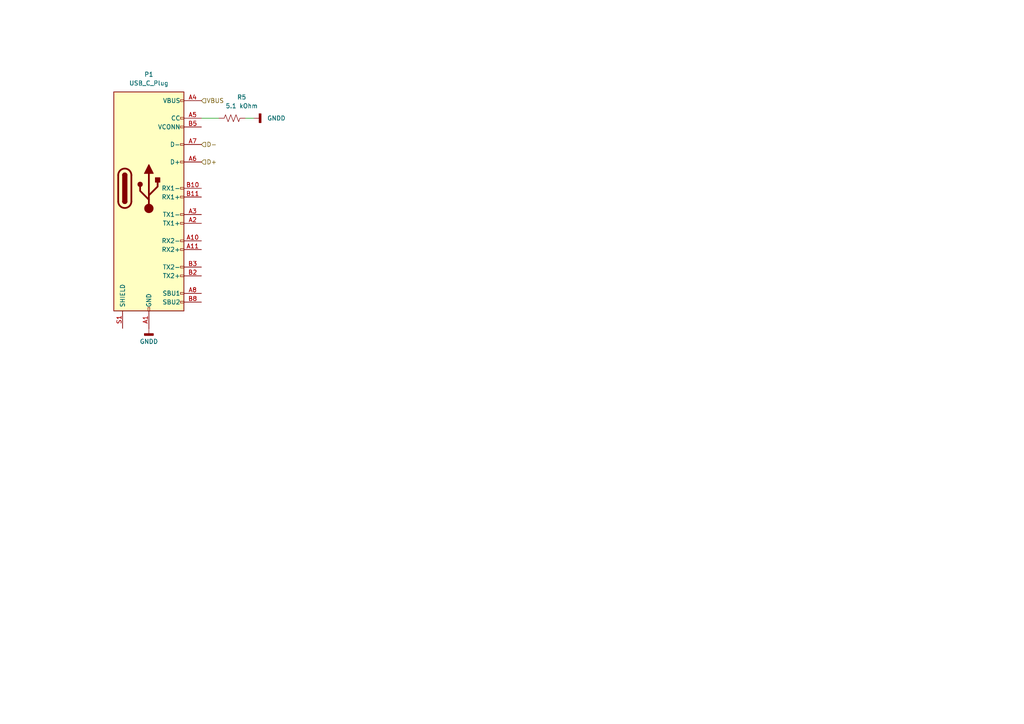
<source format=kicad_sch>
(kicad_sch (version 20250114) (generator "eeschema") (generator_version "9.0")
  (paper "A4")
  (lib_symbols
    (symbol "Connector:USB_C_Plug" (pin_names (offset 1.016))
      (property "Reference" "P" (at -10.16 29.21 0))
      (property "Value" "USB_C_Plug" (at 10.16 29.21 0))
      (symbol "USB_C_Plug_0_0"
        (rectangle (start -0.254 -35.56) (end 0.254 -34.544))
        (rectangle (start 10.16 25.654) (end 9.144 25.146))
        (rectangle (start 10.16 20.574) (end 9.144 20.066))
        (rectangle (start 10.16 18.034) (end 9.144 17.526))
        (rectangle (start 10.16 12.954) (end 9.144 12.446))
        (rectangle (start 10.16 7.874) (end 9.144 7.366))
        (rectangle (start 10.16 0.254) (end 9.144 -0.254))
        (rectangle (start 10.16 -2.286) (end 9.144 -2.794))
        (rectangle (start 10.16 -7.366) (end 9.144 -7.874))
        (rectangle (start 10.16 -9.906) (end 9.144 -10.414))
        (rectangle (start 10.16 -14.986) (end 9.144 -15.494))
        (rectangle (start 10.16 -17.526) (end 9.144 -18.034))
        (rectangle (start 10.16 -22.606) (end 9.144 -23.114))
        (rectangle (start 10.16 -25.146) (end 9.144 -25.654))
        (rectangle (start 10.16 -30.226) (end 9.144 -30.734))
        (rectangle (start 10.16 -32.766) (end 9.144 -33.274))
      )
      (symbol "USB_C_Plug_0_1"
        (rectangle (start -10.16 27.94) (end 10.16 -35.56) (stroke (width 0.254)) (fill (type background)))
        (polyline (pts (xy -8.89 -3.81) (xy -8.89 3.81)) (stroke (width 0.508)))
        (rectangle (start -7.62 -3.81) (end -6.35 3.81) (stroke (width 0.254)) (fill (type outline)))
        (arc (start -7.62 3.81) (mid -6.985 4.4423) (end -6.35 3.81) (stroke (width 0.254)))
        (arc (start -7.62 3.81) (mid -6.985 4.4423) (end -6.35 3.81) (stroke (width 0.254)) (fill (type outline)))
        (arc (start -8.89 3.81) (mid -6.985 5.7067) (end -5.08 3.81) (stroke (width 0.508)))
        (arc (start -5.08 -3.81) (mid -6.985 -5.7067) (end -8.89 -3.81) (stroke (width 0.508)))
        (arc (start -6.35 -3.81) (mid -6.985 -4.4423) (end -7.62 -3.81) (stroke (width 0.254)))
        (arc (start -6.35 -3.81) (mid -6.985 -4.4423) (end -7.62 -3.81) (stroke (width 0.254)) (fill (type outline)))
        (polyline (pts (xy -5.08 3.81) (xy -5.08 -3.81)) (stroke (width 0.508)))
      )
      (symbol "USB_C_Plug_1_1"
        (circle (center -2.54 1.143) (radius 0.635) (stroke (width 0.254)) (fill (type outline)))
        (polyline (pts (xy -1.27 4.318) (xy 0 6.858) (xy 1.27 4.318) (xy -1.27 4.318)) (stroke (width 0.254)) (fill (type outline)))
        (polyline (pts (xy 0 -2.032) (xy 2.54 0.508) (xy 2.54 1.778)) (stroke (width 0.508)))
        (polyline (pts (xy 0 -3.302) (xy -2.54 -0.762) (xy -2.54 0.508)) (stroke (width 0.508)))
        (polyline (pts (xy 0 -5.842) (xy 0 4.318)) (stroke (width 0.508)))
        (circle (center 0 -5.842) (radius 1.27) (fill (type outline)))
        (rectangle (start 1.905 1.778) (end 3.175 3.048) (stroke (width 0.254)) (fill (type outline)))
        (pin passive line (at -7.62 -40.64 90) (length 5.08) (name "SHIELD") (number "S1"))
        (pin passive line (at 0 -40.64 90) (length 5.08) (name "GND") (number "A1"))
        (pin passive line (at 0 -40.64 90) (length 5.08) (hide yes) (name "GND") (number "A12"))
        (pin passive line (at 0 -40.64 90) (length 5.08) (hide yes) (name "GND") (number "B1"))
        (pin passive line (at 0 -40.64 90) (length 5.08) (hide yes) (name "GND") (number "B12"))
        (pin passive line (at 15.24 25.4 180) (length 5.08) (name "VBUS") (number "A4"))
        (pin passive line (at 15.24 25.4 180) (length 5.08) (hide yes) (name "VBUS") (number "A9"))
        (pin passive line (at 15.24 25.4 180) (length 5.08) (hide yes) (name "VBUS") (number "B4"))
        (pin passive line (at 15.24 25.4 180) (length 5.08) (hide yes) (name "VBUS") (number "B9"))
        (pin bidirectional line (at 15.24 20.32 180) (length 5.08) (name "CC") (number "A5"))
        (pin bidirectional line (at 15.24 17.78 180) (length 5.08) (name "VCONN") (number "B5"))
        (pin bidirectional line (at 15.24 12.7 180) (length 5.08) (name "D-") (number "A7"))
        (pin bidirectional line (at 15.24 7.62 180) (length 5.08) (name "D+") (number "A6"))
        (pin bidirectional line (at 15.24 0 180) (length 5.08) (name "RX1-") (number "B10"))
        (pin bidirectional line (at 15.24 -2.54 180) (length 5.08) (name "RX1+") (number "B11"))
        (pin bidirectional line (at 15.24 -7.62 180) (length 5.08) (name "TX1-") (number "A3"))
        (pin bidirectional line (at 15.24 -10.16 180) (length 5.08) (name "TX1+") (number "A2"))
        (pin bidirectional line (at 15.24 -15.24 180) (length 5.08) (name "RX2-") (number "A10"))
        (pin bidirectional line (at 15.24 -17.78 180) (length 5.08) (name "RX2+") (number "A11"))
        (pin bidirectional line (at 15.24 -22.86 180) (length 5.08) (name "TX2-") (number "B3"))
        (pin bidirectional line (at 15.24 -25.4 180) (length 5.08) (name "TX2+") (number "B2"))
        (pin bidirectional line (at 15.24 -30.48 180) (length 5.08) (name "SBU1") (number "A8"))
        (pin bidirectional line (at 15.24 -33.02 180) (length 5.08) (name "SBU2") (number "B8"))
      )
    )
    (symbol "Device:R_US" (pin_numbers (hide yes)) (pin_names (offset 0))
      (property "Reference" "R" (at 2.54 0 90))
      (property "Value" "R_US" (at -2.54 0 90))
      (symbol "R_US_0_1"
        (polyline (pts (xy 0 2.286) (xy 0 2.54)))
        (polyline (pts (xy 0 2.286) (xy 1.016 1.905) (xy 0 1.524) (xy -1.016 1.143) (xy 0 0.762)))
        (polyline (pts (xy 0 0.762) (xy 1.016 0.381) (xy 0 0) (xy -1.016 -0.381) (xy 0 -0.762)))
        (polyline (pts (xy 0 -0.762) (xy 1.016 -1.143) (xy 0 -1.524) (xy -1.016 -1.905) (xy 0 -2.286)))
        (polyline (pts (xy 0 -2.286) (xy 0 -2.54)))
      )
      (symbol "R_US_1_1"
        (pin passive line (at 0 3.81 270) (length 1.27) (name "~") (number "1"))
        (pin passive line (at 0 -3.81 90) (length 1.27) (name "~") (number "2"))
      )
    )
    (symbol "power:GNDD" (power) (pin_numbers (hide yes)) (pin_names (offset 0) (hide yes))
      (property "Value" "GNDD" (at 0 -3.175 0))
      (symbol "GNDD_0_1"
        (rectangle (start -1.27 -1.524) (end 1.27 -2.032) (stroke (width 0.254)) (fill (type outline)))
        (polyline (pts (xy 0 0) (xy 0 -1.524)))
      )
      (symbol "GNDD_1_1"
        (pin power_in line (at 0 0 270) (length 0) (name "~") (number "1"))
      )
    )
  )
  (wire (pts (xy 58.42 34.29) (xy 63.5 34.29)))
  (wire (pts (xy 71.12 34.29) (xy 73.66 34.29)))
  (hierarchical_label "D-" (shape input) (at 58.42 41.91 0))
  (hierarchical_label "VBUS" (shape input) (at 58.42 29.21 0))
  (hierarchical_label "D+" (shape input) (at 58.42 46.99 0))
  (symbol (lib_id "power:GNDD") (at 73.66 34.29 90) (unit 1)
    (property "Reference" "#PWR09" (effects (hide yes)))
    (property "Value" "GNDD" (at 77.47 34.2899 90) (effects (justify right)))
    (property "Description" "Power symbol creates a global label with name \"GNDD\" , digital ground" (effects (hide yes)))
  )
  (symbol (lib_id "power:GNDD") (at 43.18 95.25 0) (unit 1)
    (property "Reference" "#PWR08" (effects (hide yes)))
    (property "Value" "GNDD" (at 43.18 99.06 0))
    (property "Description" "Power symbol creates a global label with name \"GNDD\" , digital ground" (effects (hide yes)))
  )
  (symbol (lib_id "Connector:USB_C_Plug") (at 43.18 54.61 0) (unit 1)
    (property "Reference" "P1" (at 43.18 21.59 0))
    (property "Value" "USB_C_Plug" (at 43.18 24.13 0))
    (property "Datasheet" "https://www.usb.org/sites/default/files/documents/usb_type-c.zip" (effects (hide yes)))
    (property "Description" "USB Type-C Plug connector" (effects (hide yes)))
  )
  (symbol (lib_id "Device:R_US") (at 67.31 34.29 90) (unit 1)
    (property "Reference" "R5" (at 70.104 28.194 90))
    (property "Value" "5.1 kOhm" (at 70.104 30.734 90))
    (property "Description" "Resistor, US symbol" (effects (hide yes)))
  )
)
</source>
